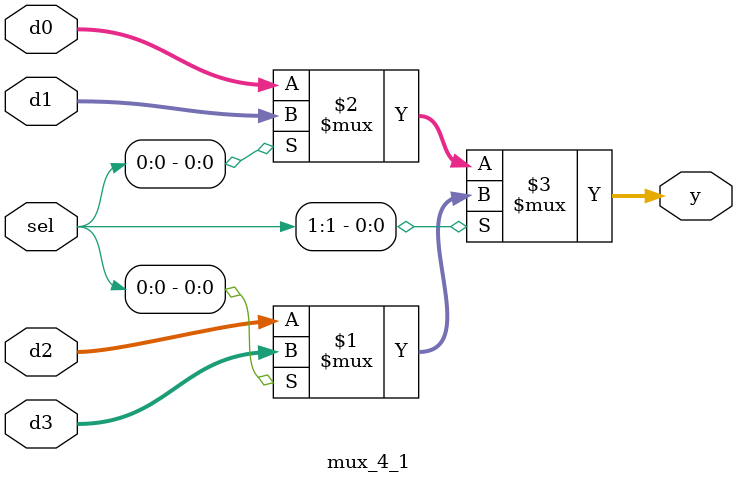
<source format=sv>

module mux_2_1
(
  input  [3:0] d0, d1,
  input        sel,
  output [3:0] y
);

  assign y = sel ? d1 : d0;

endmodule

//----------------------------------------------------------------------------
// Task
//----------------------------------------------------------------------------

module mux_4_1
(
  input  [3:0] d0, d1, d2, d3,
  input  [1:0] sel,
  output [3:0] y
);

  assign y = sel[1] ? (sel[0] ? d3 : d2) : (sel[0] ? d1: d0);

  // Task:
  // Using code for mux_2_1 as an example,
  // write code for 4:1 mux using "?:" operator


endmodule

</source>
